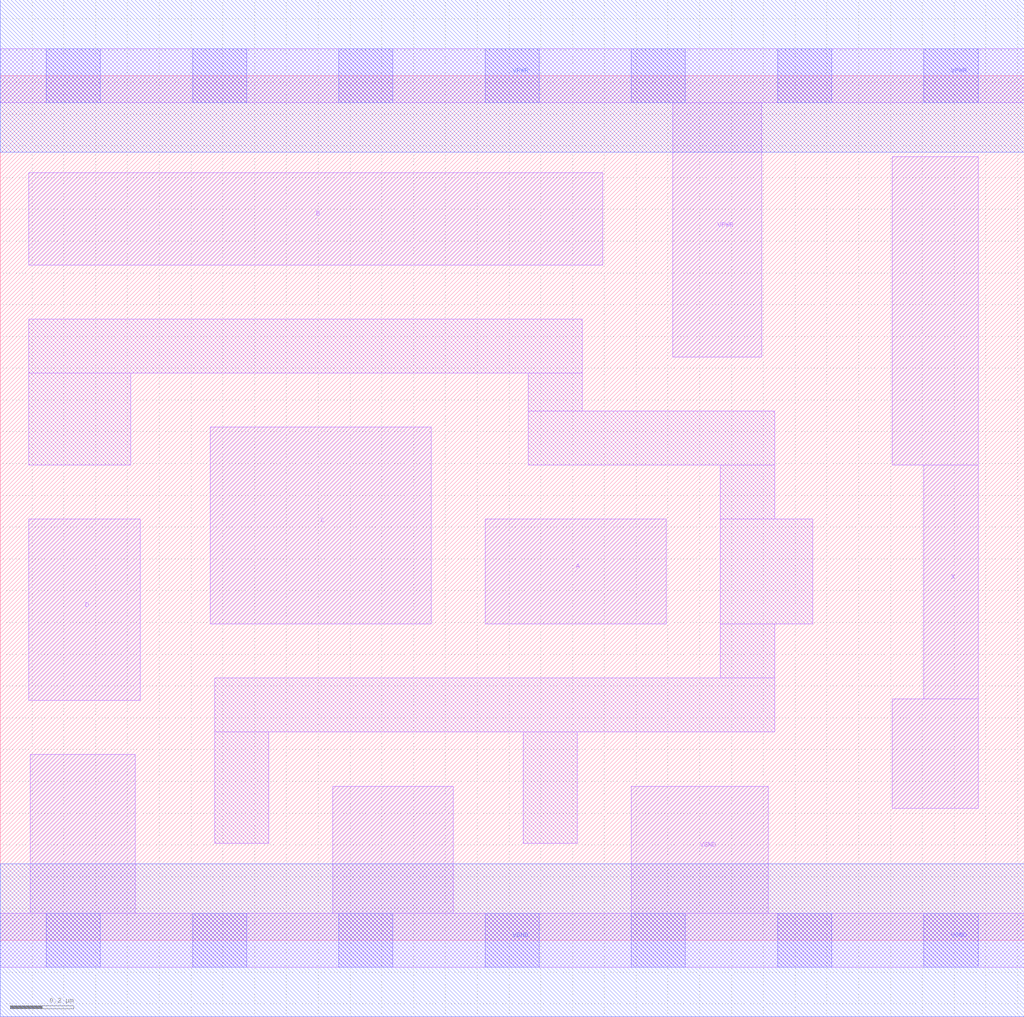
<source format=lef>
# Copyright 2020 The SkyWater PDK Authors
#
# Licensed under the Apache License, Version 2.0 (the "License");
# you may not use this file except in compliance with the License.
# You may obtain a copy of the License at
#
#     https://www.apache.org/licenses/LICENSE-2.0
#
# Unless required by applicable law or agreed to in writing, software
# distributed under the License is distributed on an "AS IS" BASIS,
# WITHOUT WARRANTIES OR CONDITIONS OF ANY KIND, either express or implied.
# See the License for the specific language governing permissions and
# limitations under the License.
#
# SPDX-License-Identifier: Apache-2.0

VERSION 5.7 ;
  NAMESCASESENSITIVE ON ;
  NOWIREEXTENSIONATPIN ON ;
  DIVIDERCHAR "/" ;
  BUSBITCHARS "[]" ;
UNITS
  DATABASE MICRONS 200 ;
END UNITS
PROPERTYDEFINITIONS
  MACRO maskLayoutSubType STRING ;
  MACRO prCellType STRING ;
  MACRO originalViewName STRING ;
END PROPERTYDEFINITIONS
MACRO sky130_fd_sc_hdll__or4_1
  CLASS CORE ;
  FOREIGN sky130_fd_sc_hdll__or4_1 ;
  ORIGIN  0.000000  0.000000 ;
  SIZE  3.220000 BY  2.720000 ;
  SYMMETRY X Y R90 ;
  SITE unithd ;
  PIN A
    ANTENNAGATEAREA  0.138600 ;
    DIRECTION INPUT ;
    USE SIGNAL ;
    PORT
      LAYER li1 ;
        RECT 1.525000 0.995000 2.095000 1.325000 ;
    END
  END A
  PIN B
    ANTENNAGATEAREA  0.138600 ;
    DIRECTION INPUT ;
    USE SIGNAL ;
    PORT
      LAYER li1 ;
        RECT 0.090000 2.125000 1.895000 2.415000 ;
    END
  END B
  PIN C
    ANTENNAGATEAREA  0.138600 ;
    DIRECTION INPUT ;
    USE SIGNAL ;
    PORT
      LAYER li1 ;
        RECT 0.660000 0.995000 1.355000 1.615000 ;
    END
  END C
  PIN D
    ANTENNAGATEAREA  0.138600 ;
    DIRECTION INPUT ;
    USE SIGNAL ;
    PORT
      LAYER li1 ;
        RECT 0.090000 0.755000 0.440000 1.325000 ;
    END
  END D
  PIN VGND
    ANTENNADIFFAREA  0.479850 ;
    DIRECTION INOUT ;
    USE SIGNAL ;
    PORT
      LAYER li1 ;
        RECT 0.000000 -0.085000 3.220000 0.085000 ;
        RECT 0.095000  0.085000 0.425000 0.585000 ;
        RECT 1.045000  0.085000 1.425000 0.485000 ;
        RECT 1.985000  0.085000 2.415000 0.485000 ;
      LAYER mcon ;
        RECT 0.145000 -0.085000 0.315000 0.085000 ;
        RECT 0.605000 -0.085000 0.775000 0.085000 ;
        RECT 1.065000 -0.085000 1.235000 0.085000 ;
        RECT 1.525000 -0.085000 1.695000 0.085000 ;
        RECT 1.985000 -0.085000 2.155000 0.085000 ;
        RECT 2.445000 -0.085000 2.615000 0.085000 ;
        RECT 2.905000 -0.085000 3.075000 0.085000 ;
      LAYER met1 ;
        RECT 0.000000 -0.240000 3.220000 0.240000 ;
    END
  END VGND
  PIN VPWR
    ANTENNADIFFAREA  0.310700 ;
    DIRECTION INOUT ;
    USE SIGNAL ;
    PORT
      LAYER li1 ;
        RECT 0.000000 2.635000 3.220000 2.805000 ;
        RECT 2.115000 1.835000 2.395000 2.635000 ;
      LAYER mcon ;
        RECT 0.145000 2.635000 0.315000 2.805000 ;
        RECT 0.605000 2.635000 0.775000 2.805000 ;
        RECT 1.065000 2.635000 1.235000 2.805000 ;
        RECT 1.525000 2.635000 1.695000 2.805000 ;
        RECT 1.985000 2.635000 2.155000 2.805000 ;
        RECT 2.445000 2.635000 2.615000 2.805000 ;
        RECT 2.905000 2.635000 3.075000 2.805000 ;
      LAYER met1 ;
        RECT 0.000000 2.480000 3.220000 2.960000 ;
    END
  END VPWR
  PIN X
    ANTENNADIFFAREA  0.703000 ;
    DIRECTION OUTPUT ;
    USE SIGNAL ;
    PORT
      LAYER li1 ;
        RECT 2.805000 0.415000 3.075000 0.760000 ;
        RECT 2.805000 1.495000 3.075000 2.465000 ;
        RECT 2.905000 0.760000 3.075000 1.495000 ;
    END
  END X
  OBS
    LAYER li1 ;
      RECT 0.090000 1.495000 0.410000 1.785000 ;
      RECT 0.090000 1.785000 1.830000 1.955000 ;
      RECT 0.675000 0.305000 0.845000 0.655000 ;
      RECT 0.675000 0.655000 2.435000 0.825000 ;
      RECT 1.645000 0.305000 1.815000 0.655000 ;
      RECT 1.660000 1.495000 2.435000 1.665000 ;
      RECT 1.660000 1.665000 1.830000 1.785000 ;
      RECT 2.265000 0.825000 2.435000 0.995000 ;
      RECT 2.265000 0.995000 2.555000 1.325000 ;
      RECT 2.265000 1.325000 2.435000 1.495000 ;
  END
  PROPERTY maskLayoutSubType "abstract" ;
  PROPERTY prCellType "standard" ;
  PROPERTY originalViewName "layout" ;
END sky130_fd_sc_hdll__or4_1

</source>
